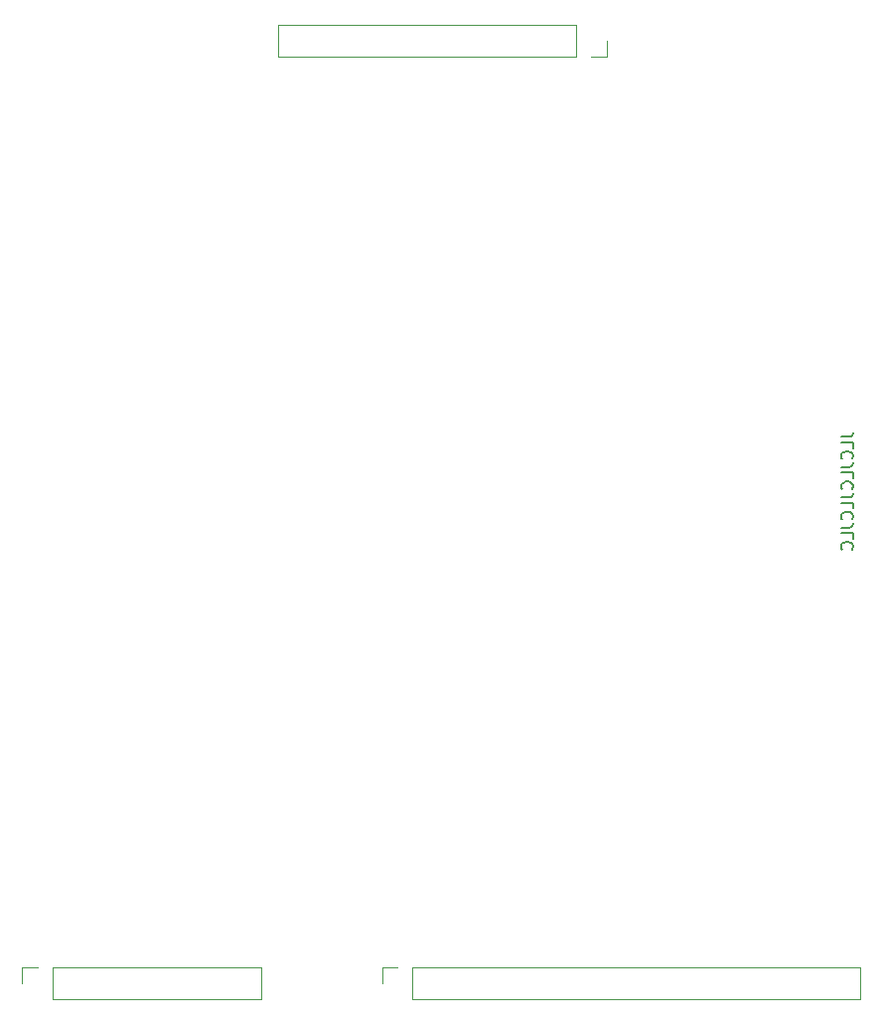
<source format=gbr>
%TF.GenerationSoftware,KiCad,Pcbnew,(6.0.0-0)*%
%TF.CreationDate,2022-02-14T21:13:19-05:00*%
%TF.ProjectId,Minified-Gpr,4d696e69-6669-4656-942d-4770722e6b69,rev?*%
%TF.SameCoordinates,Original*%
%TF.FileFunction,Legend,Bot*%
%TF.FilePolarity,Positive*%
%FSLAX46Y46*%
G04 Gerber Fmt 4.6, Leading zero omitted, Abs format (unit mm)*
G04 Created by KiCad (PCBNEW (6.0.0-0)) date 2022-02-14 21:13:19*
%MOMM*%
%LPD*%
G01*
G04 APERTURE LIST*
%ADD10C,0.150000*%
%ADD11C,0.120000*%
G04 APERTURE END LIST*
D10*
X142454380Y-101044952D02*
X143168666Y-101044952D01*
X143311523Y-100997333D01*
X143406761Y-100902095D01*
X143454380Y-100759238D01*
X143454380Y-100664000D01*
X143454380Y-101997333D02*
X143454380Y-101521142D01*
X142454380Y-101521142D01*
X143359142Y-102902095D02*
X143406761Y-102854476D01*
X143454380Y-102711619D01*
X143454380Y-102616380D01*
X143406761Y-102473523D01*
X143311523Y-102378285D01*
X143216285Y-102330666D01*
X143025809Y-102283047D01*
X142882952Y-102283047D01*
X142692476Y-102330666D01*
X142597238Y-102378285D01*
X142502000Y-102473523D01*
X142454380Y-102616380D01*
X142454380Y-102711619D01*
X142502000Y-102854476D01*
X142549619Y-102902095D01*
X142454380Y-103616380D02*
X143168666Y-103616380D01*
X143311523Y-103568761D01*
X143406761Y-103473523D01*
X143454380Y-103330666D01*
X143454380Y-103235428D01*
X143454380Y-104568761D02*
X143454380Y-104092571D01*
X142454380Y-104092571D01*
X143359142Y-105473523D02*
X143406761Y-105425904D01*
X143454380Y-105283047D01*
X143454380Y-105187809D01*
X143406761Y-105044952D01*
X143311523Y-104949714D01*
X143216285Y-104902095D01*
X143025809Y-104854476D01*
X142882952Y-104854476D01*
X142692476Y-104902095D01*
X142597238Y-104949714D01*
X142502000Y-105044952D01*
X142454380Y-105187809D01*
X142454380Y-105283047D01*
X142502000Y-105425904D01*
X142549619Y-105473523D01*
X142454380Y-106187809D02*
X143168666Y-106187809D01*
X143311523Y-106140190D01*
X143406761Y-106044952D01*
X143454380Y-105902095D01*
X143454380Y-105806857D01*
X143454380Y-107140190D02*
X143454380Y-106664000D01*
X142454380Y-106664000D01*
X143359142Y-108044952D02*
X143406761Y-107997333D01*
X143454380Y-107854476D01*
X143454380Y-107759238D01*
X143406761Y-107616380D01*
X143311523Y-107521142D01*
X143216285Y-107473523D01*
X143025809Y-107425904D01*
X142882952Y-107425904D01*
X142692476Y-107473523D01*
X142597238Y-107521142D01*
X142502000Y-107616380D01*
X142454380Y-107759238D01*
X142454380Y-107854476D01*
X142502000Y-107997333D01*
X142549619Y-108044952D01*
X142454380Y-108759238D02*
X143168666Y-108759238D01*
X143311523Y-108711619D01*
X143406761Y-108616380D01*
X143454380Y-108473523D01*
X143454380Y-108378285D01*
X143454380Y-109711619D02*
X143454380Y-109235428D01*
X142454380Y-109235428D01*
X143359142Y-110616380D02*
X143406761Y-110568761D01*
X143454380Y-110425904D01*
X143454380Y-110330666D01*
X143406761Y-110187809D01*
X143311523Y-110092571D01*
X143216285Y-110044952D01*
X143025809Y-109997333D01*
X142882952Y-109997333D01*
X142692476Y-110044952D01*
X142597238Y-110092571D01*
X142502000Y-110187809D01*
X142454380Y-110330666D01*
X142454380Y-110425904D01*
X142502000Y-110568761D01*
X142549619Y-110616380D01*
D11*
%TO.C,J1*%
X75199000Y-148904000D02*
X93039000Y-148904000D01*
X73929000Y-146244000D02*
X72599000Y-146244000D01*
X75199000Y-146244000D02*
X75199000Y-148904000D01*
X75199000Y-146244000D02*
X93039000Y-146244000D01*
X93039000Y-146244000D02*
X93039000Y-148904000D01*
X72599000Y-146244000D02*
X72599000Y-147574000D01*
%TO.C,J2*%
X105918000Y-146244000D02*
X105918000Y-148904000D01*
X105918000Y-148904000D02*
X144078000Y-148904000D01*
X103318000Y-146244000D02*
X103318000Y-147574000D01*
X144078000Y-146244000D02*
X144078000Y-148904000D01*
X105918000Y-146244000D02*
X144078000Y-146244000D01*
X104648000Y-146244000D02*
X103318000Y-146244000D01*
%TO.C,J3*%
X122488000Y-68640000D02*
X122488000Y-67310000D01*
X119888000Y-68640000D02*
X94428000Y-68640000D01*
X119888000Y-68640000D02*
X119888000Y-65980000D01*
X119888000Y-65980000D02*
X94428000Y-65980000D01*
X94428000Y-68640000D02*
X94428000Y-65980000D01*
X121158000Y-68640000D02*
X122488000Y-68640000D01*
%TD*%
M02*

</source>
